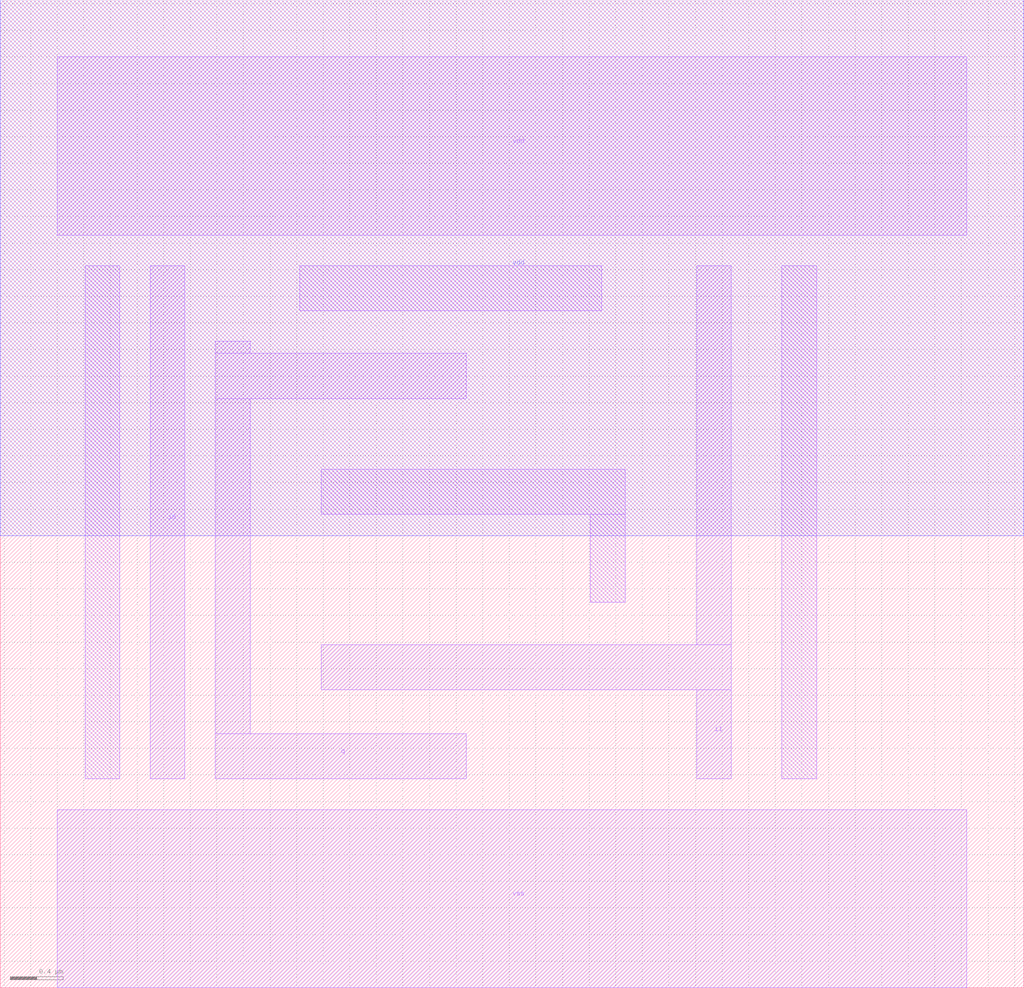
<source format=lef>
VERSION 5.7 ;
  NOWIREEXTENSIONATPIN ON ;
  DIVIDERCHAR "/" ;
  BUSBITCHARS "[]" ;
MACRO nexor2_x0
  CLASS BLOCK ;
  FOREIGN nexor2_x0 ;
  ORIGIN 0.430 0.000 ;
  SIZE 7.700 BY 7.430 ;
  PIN vdd
    ANTENNADIFFAREA 3.276800 ;
    PORT
      LAYER Nwell ;
        RECT -0.430 3.400 7.270 7.430 ;
      LAYER Metal1 ;
        RECT 0.000 5.660 6.840 7.000 ;
    END
  END vdd
  PIN vss
    ANTENNADIFFAREA 3.276800 ;
    PORT
      LAYER Metal1 ;
        RECT 0.000 0.000 6.840 1.340 ;
    END
  END vss
  PIN i0
    ANTENNAGATEAREA 0.985600 ;
    PORT
      LAYER Metal1 ;
        RECT 0.700 1.570 0.960 5.430 ;
    END
  END i0
  PIN q
    ANTENNADIFFAREA 1.925400 ;
    PORT
      LAYER Metal1 ;
        RECT 1.190 4.770 1.450 4.860 ;
        RECT 1.190 4.430 3.075 4.770 ;
        RECT 1.190 1.910 1.450 4.430 ;
        RECT 1.190 1.570 3.075 1.910 ;
    END
  END q
  PIN i1
    ANTENNAGATEAREA 0.985600 ;
    PORT
      LAYER Metal1 ;
        RECT 4.810 2.580 5.070 5.430 ;
        RECT 1.985 2.240 5.070 2.580 ;
        RECT 4.810 1.570 5.070 2.240 ;
    END
  END i1
  OBS
      LAYER Metal1 ;
        RECT 0.210 1.570 0.470 5.430 ;
        RECT 1.825 5.090 4.095 5.430 ;
        RECT 1.985 3.560 4.270 3.900 ;
        RECT 4.010 2.900 4.270 3.560 ;
        RECT 5.450 1.570 5.710 5.430 ;
  END
END nexor2_x0
END LIBRARY


</source>
